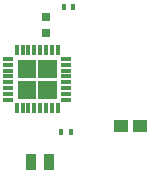
<source format=gbr>
%TF.GenerationSoftware,Altium Limited,Altium Designer,22.10.1 (41)*%
G04 Layer_Color=8421504*
%FSLAX45Y45*%
%MOMM*%
%TF.SameCoordinates,19E9B31E-7746-43A9-897C-89C24B045B63*%
%TF.FilePolarity,Positive*%
%TF.FileFunction,Paste,Top*%
%TF.Part,Single*%
G01*
G75*
%TA.AperFunction,SMDPad,CuDef*%
%ADD11R,0.30000X0.80480*%
%ADD12R,0.80480X0.30000*%
%ADD13R,1.20840X1.01213*%
%ADD14R,0.70000X0.65000*%
%ADD15R,0.40000X0.50000*%
%ADD16R,0.95000X1.35000*%
G36*
X1835593Y994550D02*
X1678093D01*
Y1152050D01*
X1835593D01*
Y994550D01*
D02*
G37*
G36*
Y1172050D02*
X1678093D01*
Y1329550D01*
X1835593D01*
Y1172050D01*
D02*
G37*
G36*
X2013093Y994550D02*
X1855593D01*
Y1152050D01*
X2013093D01*
Y994550D01*
D02*
G37*
G36*
Y1172050D02*
X1855593D01*
Y1329550D01*
X2013093D01*
Y1172050D01*
D02*
G37*
D11*
X1670594Y1407292D02*
D03*
X1720596D02*
D03*
X1770594D02*
D03*
X1820596D02*
D03*
X1870593D02*
D03*
X1920596D02*
D03*
X1970593D02*
D03*
X2020596D02*
D03*
Y916808D02*
D03*
X1970593D02*
D03*
X1920596D02*
D03*
X1870593D02*
D03*
X1820596D02*
D03*
X1770594D02*
D03*
X1720596D02*
D03*
X1670594D02*
D03*
D12*
X2090837Y1337051D02*
D03*
Y1287048D02*
D03*
Y1237051D02*
D03*
Y1187049D02*
D03*
Y1137051D02*
D03*
Y1087049D02*
D03*
Y1037052D02*
D03*
Y987049D02*
D03*
X1600353D02*
D03*
Y1037052D02*
D03*
Y1087049D02*
D03*
Y1137051D02*
D03*
Y1187049D02*
D03*
Y1237051D02*
D03*
Y1287048D02*
D03*
Y1337051D02*
D03*
D13*
X2712995Y768350D02*
D03*
X2552619D02*
D03*
D14*
X1923214Y1556382D02*
D03*
Y1691383D02*
D03*
D15*
X2149424Y1776730D02*
D03*
X2069425D02*
D03*
X2128607Y717550D02*
D03*
X2048607D02*
D03*
D16*
X1944609Y463550D02*
D03*
X1794607D02*
D03*
%TF.MD5,69d9d0bbee3c32dc60e4515338efc1af*%
M02*

</source>
